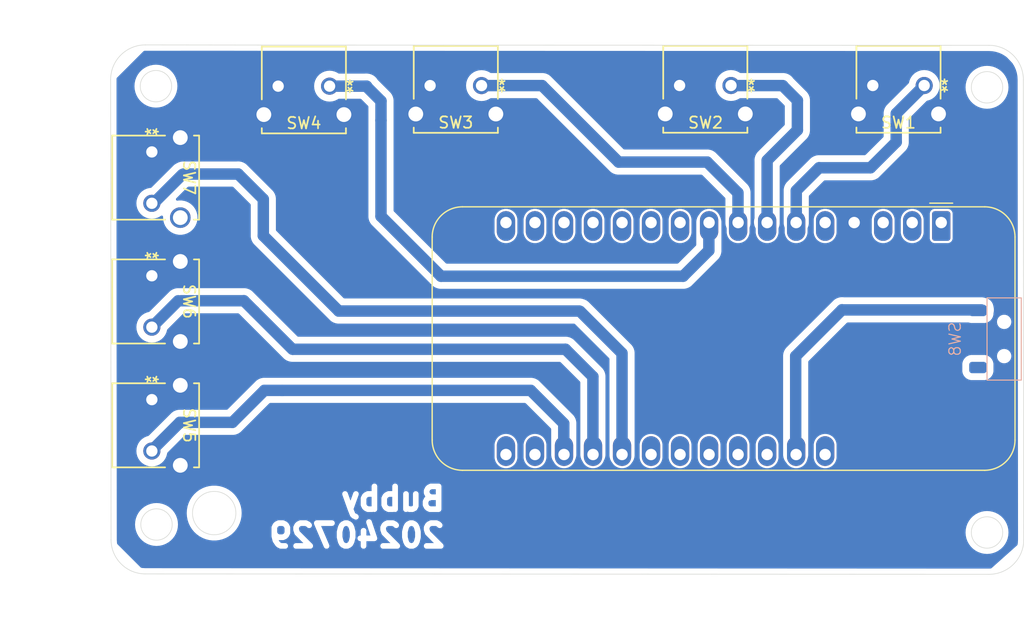
<source format=kicad_pcb>
(kicad_pcb (version 20240108) (generator "pcbnew") (generator_version "8.0")
  (layers (0 "F.Cu" signal) (31 "B.Cu" signal) (34 "B.Paste" user) (35 "F.Paste" user) (36 "B.SilkS" user "B.Silkscreen") (37 "F.SilkS" user "F.Silkscreen") (38 "B.Mask" user) (39 "F.Mask" user) (44 "Edge.Cuts" user))
  (net 0 "")
  (net 5 "Net-(A1-A2)")
  (net 8 "Net-(A1-EN)")
  (net 13 "Net-(A1-A1)")
  (net 15 "Net-(A1-D0)")
  (net 17 "Net-(A1-A3)")
  (net 21 "GND")
  (net 23 "Net-(A1-D2)")
  (net 25 "Net-(A1-A4)")
  (net 27 "Net-(A1-D1)")
  (footprint "Button_Switch_THT:SW2_1825027-C_TEC" (layer "F.Cu") (at 224.600001 102.55 180)
    (property "Reference" "SW3" (at 2.250001 -3.239101 0) (layer "F.SilkS"))
    (property "Value" "1825027-8" (hide yes))
    (fp_line (start 5.933001 3.470101) (end 5.933001 -1.155674) (stroke (width 0.1524)) (layer "F.SilkS"))
    (fp_line (start 5.933001 -3.683) (end 5.933001 -4.137199) (stroke (width 0.1524)) (layer "F.SilkS"))
    (fp_line (start 5.933001 -4.137199) (end -1.432999 -4.137199) (stroke (width 0.1524)) (layer "F.SilkS"))
    (fp_line (start -1.432999 3.470101) (end 5.933001 3.470101) (stroke (width 0.1524)) (layer "F.SilkS"))
    (fp_line (start -1.432999 -1.155674) (end -1.432999 3.470101) (stroke (width 0.1524)) (layer "F.SilkS"))
    (fp_line (start -1.432999 -4.137199) (end -1.432999 -3.683) (stroke (width 0.1524)) (layer "F.SilkS"))
    (fp_text user "*" (at -1.778 0 180) (layer "F.SilkS"))
    (fp_text user "*" (at -1.778 0 180) (layer "F.SilkS"))
    (pad "1" thru_hole circle (at 0 0 180) (size 1.4986 1.4986) (drill 0.9906) (layers "*.Cu" "*.Mask") (net 17 "Net-(A1-A3)"))
    (pad "2" thru_hole circle (at 4.500001 0 180) (size 1.4986 1.4986) (drill 0.9906) (layers "*.Cu" "*.Mask") (net 21 "GND"))
    (pad "3" thru_hole circle (at -1.255 -2.490299 180) (size 1.8034 1.8034) (drill 1.2954) (layers "*.Cu" "*.Mask") (net 21 "GND"))
    (pad "4" thru_hole circle (at 5.755001 -2.490299 180) (size 1.8034 1.8034) (drill 1.2954) (layers "*.Cu" "*.Mask") (net 21 "GND"))
  )
  (footprint "Button_Switch_THT:SW2_1825027-C_TEC" (layer "F.Cu") (at 211.300001 102.6 180)
    (property "Reference" "SW4" (at 2.250001 -3.239101 0) (layer "F.SilkS"))
    (property "Value" "1825027-8" (hide yes))
    (fp_line (start 5.933001 3.470101) (end 5.933001 -1.155674) (stroke (width 0.1524)) (layer "F.SilkS"))
    (fp_line (start 5.933001 -3.683) (end 5.933001 -4.137199) (stroke (width 0.1524)) (layer "F.SilkS"))
    (fp_line (start 5.933001 -4.137199) (end -1.432999 -4.137199) (stroke (width 0.1524)) (layer "F.SilkS"))
    (fp_line (start -1.432999 3.470101) (end 5.933001 3.470101) (stroke (width 0.1524)) (layer "F.SilkS"))
    (fp_line (start -1.432999 -1.155674) (end -1.432999 3.470101) (stroke (width 0.1524)) (layer "F.SilkS"))
    (fp_line (start -1.432999 -4.137199) (end -1.432999 -3.683) (stroke (width 0.1524)) (layer "F.SilkS"))
    (fp_text user "*" (at -1.778 0 180) (layer "F.SilkS"))
    (fp_text user "*" (at -1.778 0 180) (layer "F.SilkS"))
    (pad "1" thru_hole circle (at 0 0 180) (size 1.4986 1.4986) (drill 0.9906) (layers "*.Cu" "*.Mask") (net 25 "Net-(A1-A4)"))
    (pad "2" thru_hole circle (at 4.500001 0 180) (size 1.4986 1.4986) (drill 0.9906) (layers "*.Cu" "*.Mask") (net 21 "GND"))
    (pad "3" thru_hole circle (at -1.255 -2.490299 180) (size 1.8034 1.8034) (drill 1.2954) (layers "*.Cu" "*.Mask") (net 21 "GND"))
    (pad "4" thru_hole circle (at 5.755001 -2.490299 180) (size 1.8034 1.8034) (drill 1.2954) (layers "*.Cu" "*.Mask") (net 21 "GND"))
  )
  (footprint "Button_Switch_THT:SW2_1825027-C_TEC" (layer "F.Cu") (at 195.742051 130.061749 -90)
    (property "Reference" "SW5" (at 2.250001 -3.260899 -90) (layer "F.SilkS"))
    (property "Value" "1825027-8" (hide yes))
    (fp_line (start -1.432999 3.470101) (end 5.933001 3.470101) (stroke (width 0.1524)) (layer "F.SilkS"))
    (fp_line (start 5.933001 3.470101) (end 5.933001 -1.155674) (stroke (width 0.1524)) (layer "F.SilkS"))
    (fp_line (start -1.432999 -1.155674) (end -1.432999 3.470101) (stroke (width 0.1524)) (layer "F.SilkS"))
    (fp_line (start 5.933001 -3.683) (end 5.933001 -4.137199) (stroke (width 0.1524)) (layer "F.SilkS"))
    (fp_line (start -1.432999 -4.137199) (end -1.432999 -3.683) (stroke (width 0.1524)) (layer "F.SilkS"))
    (fp_line (start 5.933001 -4.137199) (end -1.432999 -4.137199) (stroke (width 0.1524)) (layer "F.SilkS"))
    (fp_text user "*" (at -1.778 0 -90) (layer "F.SilkS"))
    (fp_text user "*" (at -1.778 0 -90) (layer "F.SilkS"))
    (pad "1" thru_hole circle (at 0 0 270) (size 1.4986 1.4986) (drill 0.9906) (layers "*.Cu" "*.Mask") (net 21 "GND"))
    (pad "2" thru_hole circle (at 4.500001 0 270) (size 1.4986 1.4986) (drill 0.9906) (layers "*.Cu" "*.Mask") (net 15 "Net-(A1-D0)"))
    (pad "3" thru_hole circle (at -1.255 -2.490299 270) (size 1.8034 1.8034) (drill 1.2954) (layers "*.Cu" "*.Mask") (net 21 "GND"))
    (pad "4" thru_hole circle (at 5.755001 -2.490299 270) (size 1.8034 1.8034) (drill 1.2954) (layers "*.Cu" "*.Mask") (net 21 "GND"))
  )
  (footprint "Button_Switch_THT:SW2_1825027-C_TEC" (layer "F.Cu") (at 195.742051 119.211749 -90)
    (property "Reference" "SW6" (at 2.250001 -3.260899 -90) (layer "F.SilkS"))
    (property "Value" "1825027-8" (hide yes))
    (fp_line (start -1.432999 3.470101) (end 5.933001 3.470101) (stroke (width 0.1524)) (layer "F.SilkS"))
    (fp_line (start 5.933001 3.470101) (end 5.933001 -1.155674) (stroke (width 0.1524)) (layer "F.SilkS"))
    (fp_line (start -1.432999 -1.155674) (end -1.432999 3.470101) (stroke (width 0.1524)) (layer "F.SilkS"))
    (fp_line (start 5.933001 -3.683) (end 5.933001 -4.137199) (stroke (width 0.1524)) (layer "F.SilkS"))
    (fp_line (start -1.432999 -4.137199) (end -1.432999 -3.683) (stroke (width 0.1524)) (layer "F.SilkS"))
    (fp_line (start 5.933001 -4.137199) (end -1.432999 -4.137199) (stroke (width 0.1524)) (layer "F.SilkS"))
    (fp_text user "*" (at -1.778 0 -90) (layer "F.SilkS"))
    (fp_text user "*" (at -1.778 0 -90) (layer "F.SilkS"))
    (pad "1" thru_hole circle (at 0 0 270) (size 1.4986 1.4986) (drill 0.9906) (layers "*.Cu" "*.Mask") (net 21 "GND"))
    (pad "2" thru_hole circle (at 4.500001 0 270) (size 1.4986 1.4986) (drill 0.9906) (layers "*.Cu" "*.Mask") (net 27 "Net-(A1-D1)"))
    (pad "3" thru_hole circle (at -1.255 -2.490299 270) (size 1.8034 1.8034) (drill 1.2954) (layers "*.Cu" "*.Mask") (net 21 "GND"))
    (pad "4" thru_hole circle (at 5.755001 -2.490299 270) (size 1.8034 1.8034) (drill 1.2954) (layers "*.Cu" "*.Mask") (net 21 "GND"))
  )
  (footprint "Button_Switch_THT:SW2_1825027-C_TEC" (layer "F.Cu") (at 263.350001 102.542051 180)
    (property "Reference" "SW1" (at 2.250001 -3.254999 0) (layer "F.SilkS"))
    (property "Value" "1825027-8" (hide yes))
    (fp_line (start 5.933001 3.470101) (end 5.933001 -1.155674) (stroke (width 0.1524)) (layer "F.SilkS"))
    (fp_line (start 5.933001 -3.683) (end 5.933001 -4.137199) (stroke (width 0.1524)) (layer "F.SilkS"))
    (fp_line (start 5.933001 -4.137199) (end -1.432999 -4.137199) (stroke (width 0.1524)) (layer "F.SilkS"))
    (fp_line (start -1.432999 3.470101) (end 5.933001 3.470101) (stroke (width 0.1524)) (layer "F.SilkS"))
    (fp_line (start -1.432999 -1.155674) (end -1.432999 3.470101) (stroke (width 0.1524)) (layer "F.SilkS"))
    (fp_line (start -1.432999 -4.137199) (end -1.432999 -3.683) (stroke (width 0.1524)) (layer "F.SilkS"))
    (fp_text user "*" (at -1.778 0 180) (layer "F.SilkS"))
    (fp_text user "*" (at -1.778 0 180) (layer "F.SilkS"))
    (pad "1" thru_hole circle (at 0 0 180) (size 1.4986 1.4986) (drill 0.9906) (layers "*.Cu" "*.Mask") (net 13 "Net-(A1-A1)"))
    (pad "2" thru_hole circle (at 4.500001 0 180) (size 1.4986 1.4986) (drill 0.9906) (layers "*.Cu" "*.Mask") (net 21 "GND"))
    (pad "3" thru_hole circle (at -1.255 -2.490299 180) (size 1.8034 1.8034) (drill 1.2954) (layers "*.Cu" "*.Mask") (net 21 "GND"))
    (pad "4" thru_hole circle (at 5.755001 -2.490299 180) (size 1.8034 1.8034) (drill 1.2954) (layers "*.Cu" "*.Mask") (net 21 "GND"))
  )
  (footprint "Button_Switch_THT:SW2_1825027-C_TEC" (layer "F.Cu") (at 246.438251 102.542051 180)
    (property "Reference" "SW2" (at 2.226501 -3.254999 0) (layer "F.SilkS"))
    (property "Value" "1825027-8" (hide yes))
    (fp_line (start 5.933001 3.470101) (end 5.933001 -1.155674) (stroke (width 0.1524)) (layer "F.SilkS"))
    (fp_line (start 5.933001 -3.683) (end 5.933001 -4.137199) (stroke (width 0.1524)) (layer "F.SilkS"))
    (fp_line (start 5.933001 -4.137199) (end -1.432999 -4.137199) (stroke (width 0.1524)) (layer "F.SilkS"))
    (fp_line (start -1.432999 3.470101) (end 5.933001 3.470101) (stroke (width 0.1524)) (layer "F.SilkS"))
    (fp_line (start -1.432999 -1.155674) (end -1.432999 3.470101) (stroke (width 0.1524)) (layer "F.SilkS"))
    (fp_line (start -1.432999 -4.137199) (end -1.432999 -3.683) (stroke (width 0.1524)) (layer "F.SilkS"))
    (fp_text user "*" (at -1.778 0 0) (layer "F.SilkS"))
    (fp_text user "*" (at -1.778 0 180) (layer "F.SilkS"))
    (pad "1" thru_hole circle (at 0 0 180) (size 1.4986 1.4986) (drill 0.9906) (layers "*.Cu" "*.Mask") (net 5 "Net-(A1-A2)"))
    (pad "2" thru_hole circle (at 4.500001 0 180) (size 1.4986 1.4986) (drill 0.9906) (layers "*.Cu" "*.Mask") (net 21 "GND"))
    (pad "3" thru_hole circle (at -1.255 -2.490299 180) (size 1.8034 1.8034) (drill 1.2954) (layers "*.Cu" "*.Mask") (net 21 "GND"))
    (pad "4" thru_hole circle (at 5.755001 -2.490299 180) (size 1.8034 1.8034) (drill 1.2954) (layers "*.Cu" "*.Mask") (net 21 "GND"))
  )
  (footprint "Button_Switch_THT:SW2_1825027-C_TEC" (layer "F.Cu") (at 195.742051 108.361749 -90)
    (property "Reference" "SW7" (at 2.250001 -3.260899 -90) (layer "F.SilkS"))
    (property "Value" "1825027-8" (hide yes))
    (fp_line (start -1.432999 3.470101) (end 5.933001 3.470101) (stroke (width 0.1524)) (layer "F.SilkS"))
    (fp_line (start 5.933001 3.470101) (end 5.933001 -1.155674) (stroke (width 0.1524)) (layer "F.SilkS"))
    (fp_line (start -1.432999 -1.155674) (end -1.432999 3.470101) (stroke (width 0.1524)) (layer "F.SilkS"))
    (fp_line (start 5.933001 -3.683) (end 5.933001 -4.137199) (stroke (width 0.1524)) (layer "F.SilkS"))
    (fp_line (start -1.432999 -4.137199) (end -1.432999 -3.683) (stroke (width 0.1524)) (layer "F.SilkS"))
    (fp_line (start 5.933001 -4.137199) (end -1.432999 -4.137199) (stroke (width 0.1524)) (layer "F.SilkS"))
    (fp_text user "*" (at -1.778 0 -90) (layer "F.SilkS"))
    (fp_text user "*" (at -1.778 0 -90) (layer "F.SilkS"))
    (pad "1" thru_hole circle (at 0 0 270) (size 1.4986 1.4986) (drill 0.9906) (layers "*.Cu" "*.Mask") (net 21 "GND"))
    (pad "2" thru_hole circle (at 4.500001 0 270) (size 1.4986 1.4986) (drill 0.9906) (layers "*.Cu" "*.Mask") (net 23 "Net-(A1-D2)"))
    (pad "3" thru_hole circle (at -1.255 -2.490299 270) (size 1.8034 1.8034) (drill 1.2954) (layers "*.Cu" "*.Mask") (net 21 "GND"))
    (pad "4" thru_hole circle (at 5.755001 -2.490299 270) (size 1.8034 1.8034) (drill 1.2954) (layers "*.Cu" "*.Mask"))
  )
  (footprint "Module:Adafruit_Feather" (layer "F.Cu") (at 264.84 114.55 -90)
    (property "Reference" "A1" (hide yes))
    (property "Value" "Adafruit_Feather_Generic" (hide yes))
    (fp_line (start 19.05 44.56) (end 1.27 44.56) (stroke (width 0.12)) (layer "F.SilkS"))
    (fp_line (start -1.7 1) (end -1.7 -1) (stroke (width 0.12)) (layer "F.SilkS"))
    (fp_line (start -1.38 -3.81) (end -1.38 41.91) (stroke (width 0.12)) (layer "F.SilkS"))
    (fp_line (start 21.7 -3.81) (end 21.7 41.91) (stroke (width 0.12)) (layer "F.SilkS"))
    (fp_line (start 19.05 -6.46) (end 1.27 -6.46) (stroke (width 0.12)) (layer "F.SilkS"))
    (fp_arc (start 1.27 44.56) (mid -0.603833 43.783833) (end -1.38 41.91) (stroke (width 0.12)) (layer "F.SilkS"))
    (fp_arc (start 21.7 41.91) (mid 20.923833 43.783833) (end 19.05 44.56) (stroke (width 0.12)) (layer "F.SilkS"))
    (fp_arc (start -1.38 -3.81) (mid -0.603833 -5.683833) (end 1.27 -6.46) (stroke (width 0.12)) (layer "F.SilkS"))
    (fp_arc (start 19.05 -6.46) (mid 20.923833 -5.683833) (end 21.7 -3.81) (stroke (width 0.12)) (layer "F.SilkS"))
    (pad "1" thru_hole roundrect (at 0 0 270) (size 2.6 1.6) (drill 1 (offset 0.3 0)) (layers "*.Cu" "*.Mask") (roundrect_rratio 0.15625))
    (pad "2" thru_hole oval (at 0 2.54 270) (size 2.6 1.6) (drill 1 (offset 0.3 0)) (layers "*.Cu" "*.Mask"))
    (pad "3" thru_hole oval (at 0 5.08 270) (size 2.6 1.6) (drill 1 (offset 0.3 0)) (layers "*.Cu" "*.Mask"))
    (pad "4" thru_hole oval (at 0 7.62 270) (size 2.6 1.6) (drill 1 (offset 0.3 0)) (layers "*.Cu" "*.Mask") (net 21 "GND"))
    (pad "5" thru_hole oval (at 0 10.16 270) (size 2.6 1.6) (drill 1 (offset 0.3 0)) (layers "*.Cu" "*.Mask"))
    (pad "6" thru_hole oval (at 0 12.7 270) (size 2.6 1.6) (drill 1 (offset 0.3 0)) (layers "*.Cu" "*.Mask") (net 13 "Net-(A1-A1)"))
    (pad "7" thru_hole oval (at 0 15.24 270) (size 2.6 1.6) (drill 1 (offset 0.3 0)) (layers "*.Cu" "*.Mask") (net 5 "Net-(A1-A2)"))
    (pad "8" thru_hole oval (at 0 17.78 270) (size 2.6 1.6) (drill 1 (offset 0.3 0)) (layers "*.Cu" "*.Mask") (net 17 "Net-(A1-A3)"))
    (pad "9" thru_hole oval (at 0 20.32 270) (size 2.6 1.6) (drill 1 (offset 0.3 0)) (layers "*.Cu" "*.Mask") (net 25 "Net-(A1-A4)"))
    (pad "10" thru_hole oval (at 0 22.86 270) (size 2.6 1.6) (drill 1 (offset 0.3 0)) (layers "*.Cu" "*.Mask"))
    (pad "11" thru_hole oval (at 0 25.4 270) (size 2.6 1.6) (drill 1 (offset 0.3 0)) (layers "*.Cu" "*.Mask"))
    (pad "12" thru_hole oval (at 0 27.94 270) (size 2.6 1.6) (drill 1 (offset 0.3 0)) (layers "*.Cu" "*.Mask"))
    (pad "13" thru_hole oval (at 0 30.48 270) (size 2.6 1.6) (drill 1 (offset 0.3 0)) (layers "*.Cu" "*.Mask"))
    (pad "14" thru_hole oval (at 0 33.02 270) (size 2.6 1.6) (drill 1 (offset 0.3 0)) (layers "*.Cu" "*.Mask"))
    (pad "15" thru_hole oval (at 0 35.56 270) (size 2.6 1.6) (drill 1 (offset 0.3 0)) (layers "*.Cu" "*.Mask"))
    (pad "16" thru_hole oval (at 0 38.1 270) (size 2.6 1.6) (drill 1 (offset 0.3 0)) (layers "*.Cu" "*.Mask"))
    (pad "17" thru_hole oval (at 20.32 38.1 90) (size 2.6 1.6) (drill 1 (offset 0.3 0)) (layers "*.Cu" "*.Mask"))
    (pad "18" thru_hole oval (at 20.32 35.56 90) (size 2.6 1.6) (drill 1 (offset 0.3 0)) (layers "*.Cu" "*.Mask"))
    (pad "19" thru_hole oval (at 20.32 33.02 90) (size 2.6 1.6) (drill 1 (offset 0.3 0)) (layers "*.Cu" "*.Mask") (net 15 "Net-(A1-D0)"))
    (pad "20" thru_hole oval (at 20.32 30.48 90) (size 2.6 1.6) (drill 1 (offset 0.3 0)) (layers "*.Cu" "*.Mask") (net 27 "Net-(A1-D1)"))
    (pad "21" thru_hole oval (at 20.32 27.94 90) (size 2.6 1.6) (drill 1 (offset 0.3 0)) (layers "*.Cu" "*.Mask") (net 23 "Net-(A1-D2)"))
    (pad "22" thru_hole oval (at 20.32 25.4 90) (size 2.6 1.6) (drill 1 (offset 0.3 0)) (layers "*.Cu" "*.Mask"))
    (pad "23" thru_hole oval (at 20.32 22.86 90) (size 2.6 1.6) (drill 1 (offset 0.3 0)) (layers "*.Cu" "*.Mask"))
    (pad "24" thru_hole oval (at 20.32 20.32 90) (size 2.6 1.6) (drill 1 (offset 0.3 0)) (layers "*.Cu" "*.Mask"))
    (pad "25" thru_hole oval (at 20.32 17.78 90) (size 2.6 1.6) (drill 1 (offset 0.3 0)) (layers "*.Cu" "*.Mask"))
    (pad "26" thru_hole oval (at 20.32 15.24 90) (size 2.6 1.6) (drill 1 (offset 0.3 0)) (layers "*.Cu" "*.Mask"))
    (pad "27" thru_hole oval (at 20.32 12.7 90) (size 2.6 1.6) (drill 1 (offset 0.3 0)) (layers "*.Cu" "*.Mask") (net 8 "Net-(A1-EN)"))
    (pad "28" thru_hole oval (at 20.32 10.16 90) (size 2.6 1.6) (drill 1 (offset 0.3 0)) (layers "*.Cu" "*.Mask"))
  )
  (footprint "Button_Switch_SMD:slide-switch-rt-angle-msk-12c03" (layer "B.Cu") (at 268.05 124.75 -90)
    (property "Reference" "SW8" (at 0 2 90) (layer "B.SilkS") (effects (font (thickness 0.1)) (justify mirror)))
    (property "Value" "SW_SPST" (hide yes))
    (fp_rect (start 3.6 -3.8) (end -3.6 -0.8) (stroke (width 0.1)) (fill none) (layer "B.SilkS"))
    (pad "" np_thru_hole circle (at -1.5 -2.3 270) (size 0.75 0.75) (drill 0.75) (layers "F&B.Cu" "*.Mask"))
    (pad "" np_thru_hole circle (at 1.5 -2.3 270) (size 0.75 0.75) (drill 0.75) (layers "F&B.Cu" "*.Mask"))
    (pad "1" smd roundrect (at -2.5 0 270) (size 1 1.524) (layers "B.Cu" "B.Paste" "B.Mask") (net 8 "Net-(A1-EN)"))
    (pad "2" smd roundrect (at 0 0 270) (size 1 1.524) (layers "B.Cu" "B.Paste" "B.Mask") (net 21 "GND"))
    (pad "3" smd roundrect (at 2.5 0 270) (size 1 1.524) (layers "B.Cu" "B.Paste" "B.Mask"))
  )
  (gr_line (start 224.55 102.55) (end 229.9 102.55) (stroke (width 1)) (layer "B.Cu") (net 17))
  (gr_line (start 234.35 134.85) (end 234.35 128.05) (stroke (width 1)) (layer "B.Cu") (net 27))
  (gr_line (start 244.35 109.25) (end 247.028162 111.928162) (stroke (width 1)) (layer "B.Cu") (net 17))
  (gr_line (start 202.8 132.05) (end 205.600453 129.249547) (stroke (width 1)) (layer "B.Cu") (net 15))
  (gr_line (start 205.48442 112.48442) (end 203.295452 110.295452) (stroke (width 1)) (layer "B.Cu") (net 23))
  (gr_line (start 198.2 132.05) (end 202.8 132.05) (stroke (width 1)) (layer "B.Cu") (net 15))
  (gr_line (start 214.55 102.6) (end 211.25 102.6) (stroke (width 1)) (layer "B.Cu") (net 25))
  (gr_line (start 234.35 128.05) (end 231.95 125.65) (stroke (width 1)) (layer "B.Cu") (net 27))
  (gr_line (start 260.9 107.5) (end 260.9 105) (stroke (width 1)) (layer "B.Cu") (net 13))
  (gr_line (start 247.05 111.95) (end 247.05 114.55) (stroke (width 1)) (layer "B.Cu") (net 17))
  (gr_line (start 252.25 106.45) (end 252.25 103.85) (stroke (width 1)) (layer "B.Cu") (net 5))
  (gr_line (start 249.6 114.575) (end 249.6 109.225) (stroke (width 1)) (layer "B.Cu") (net 5))
  (gr_line (start 221.05 119.25) (end 215.8 114) (stroke (width 1)) (layer "B.Cu") (net 25))
  (gr_line (start 195.75 123.7) (end 198.05 121.4) (stroke (width 1)) (layer "B.Cu") (net 27))
  (gr_line (start 212.1 122.3) (end 205.5 115.7) (stroke (width 1)) (layer "B.Cu") (net 23))
  (gr_line (start 236.6 109.25) (end 244.35 109.25) (stroke (width 1)) (layer "B.Cu") (net 17))
  (gr_line (start 195.7 134.55) (end 198.2 132.05) (stroke (width 1)) (layer "B.Cu") (net 15))
  (gr_line (start 205.5 115.7) (end 205.5 112.5) (stroke (width 1)) (layer "B.Cu") (net 23))
  (gr_line (start 195.85 112.9) (end 198.4 110.35) (stroke (width 1)) (layer "B.Cu") (net 23))
  (gr_line (start 204.7 122.3) (end 203.8 121.4) (stroke (width 1)) (layer "B.Cu") (net 27))
  (gr_line (start 236.9 126) (end 236.9 134.9) (stroke (width 1)) (layer "B.Cu") (net 23))
  (gr_line (start 215.8 114) (end 215.8 105.6) (stroke (width 1)) (layer "B.Cu") (net 25))
  (gr_line (start 203.3 110.3) (end 198.5 110.3) (stroke (width 1)) (layer "B.Cu") (net 23))
  (gr_line (start 249.597741 109.102259) (end 252.25 106.45) (stroke (width 1)) (layer "B.Cu") (net 5))
  (gr_line (start 250.975 102.55) (end 246.425 102.55) (stroke (width 1)) (layer "B.Cu") (net 5))
  (gr_line (start 252.15 111.75) (end 254.15 109.75) (stroke (width 1)) (layer "B.Cu") (net 13))
  (gr_line (start 258.65 109.75) (end 260.9 107.5) (stroke (width 1)) (layer "B.Cu") (net 13))
  (gr_line (start 244.5 114.55) (end 244.5 117) (stroke (width 1)) (layer "B.Cu") (net 25))
  (gr_line (start 252.15 114.55) (end 252.15 111.85) (stroke (width 1)) (layer "B.Cu") (net 13))
  (gr_line (start 254.15 109.75) (end 258.65 109.75) (stroke (width 1)) (layer "B.Cu") (net 13))
  (gr_line (start 212.1 122.3) (end 233.15 122.3) (stroke (width 1)) (layer "B.Cu") (net 23))
  (gr_line (start 252.1 134.85) (end 252.1 126.25) (stroke (width 1)) (layer "B.Cu") (net 8))
  (gr_line (start 203.8 121.4) (end 198.3 121.4) (stroke (width 1)) (layer "B.Cu") (net 27))
  (gr_line (start 252.25 103.85) (end 251 102.6) (stroke (width 1)) (layer "B.Cu") (net 5))
  (gr_line (start 231.95 125.65) (end 208.1 125.65) (stroke (width 1)) (layer "B.Cu") (net 27))
  (gr_line (start 215.8 103.9) (end 214.494994 102.594994) (stroke (width 1)) (layer "B.Cu") (net 25))
  (gr_line (start 233.223819 122.323819) (end 236.871877 125.971877) (stroke (width 1)) (layer "B.Cu") (net 23))
  (gr_line (start 260.95 104.95) (end 263.35 102.55) (stroke (width 1)) (layer "B.Cu") (net 13))
  (gr_line (start 208.044194 125.644194) (end 204.7 122.3) (stroke (width 1)) (layer "B.Cu") (net 27))
  (gr_line (start 252.1 126.25) (end 256.161224 122.188776) (stroke (width 1)) (layer "B.Cu") (net 8))
  (gr_line (start 228.9 129.25) (end 207.15 129.25) (stroke (width 1)) (layer "B.Cu") (net 15))
  (gr_line (start 231.8 134.85) (end 231.8 132.2) (stroke (width 1)) (layer "B.Cu") (net 15))
  (gr_line (start 244.5 117) (end 242.25 119.25) (stroke (width 1)) (layer "B.Cu") (net 25))
  (gr_line (start 231.8 132.15) (end 228.9 129.25) (stroke (width 1)) (layer "B.Cu") (net 15))
  (gr_line (start 229.9 102.55) (end 236.6 109.25) (stroke (width 1)) (layer "B.Cu") (net 17))
  (gr_line (start 249.6 114.55) (end 249.55 114.5) (stroke (width 1)) (layer "B.Cu") (net 5))
  (gr_line (start 256.15 122.2) (end 268.35 122.2) (stroke (width 1)) (layer "B.Cu") (net 8))
  (gr_line (start 242.25 119.25) (end 221.05 119.25) (stroke (width 1)) (layer "B.Cu") (net 25))
  (gr_line (start 205.600453 129.249547) (end 207.15 129.249547) (stroke (width 1)) (layer "B.Cu") (net 15))
  (gr_line (start 215.8 105.6) (end 215.8 103.9) (stroke (width 1)) (layer "B.Cu") (net 25))
  (gr_circle (center 201.2 140) (end 203.1 140) (stroke (width 0.05)) (fill none) (layer "Edge.Cuts"))
  (gr_circle (center 268.85 102.7) (end 270.225 102.7) (stroke (width 0.05)) (fill none) (layer "Edge.Cuts"))
  (gr_circle (center 196.15 141) (end 197.525 141) (stroke (width 0.05)) (fill none) (layer "Edge.Cuts"))
  (gr_arc (start 192.13576 102.02132) (mid 193.024855 99.874855) (end 195.17132 98.98576) (stroke (width 0.05)) (layer "Edge.Cuts"))
  (gr_line (start 192.13576 102.02132) (end 192.17132 142.32868) (stroke (width 0.05)) (layer "Edge.Cuts"))
  (gr_circle (center 196.1 102.6) (end 197.475 102.6) (stroke (width 0.05)) (fill none) (layer "Edge.Cuts"))
  (gr_line (start 205.3 99) (end 269.02868 99.02132) (stroke (width 0.05)) (layer "Edge.Cuts"))
  (gr_arc (start 195.17132 145.32868) (mid 193.05 144.45) (end 192.17132 142.32868) (stroke (width 0.05)) (layer "Edge.Cuts"))
  (gr_line (start 272.06424 142.32868) (end 272.02868 102.02132) (stroke (width 0.05)) (layer "Edge.Cuts"))
  (gr_arc (start 269.02868 99.02132) (mid 271.15 99.9) (end 272.02868 102.02132) (stroke (width 0.05)) (layer "Edge.Cuts"))
  (gr_arc (start 272.06424 142.32868) (mid 271.175145 144.475145) (end 269.02868 145.36424) (stroke (width 0.05)) (layer "Edge.Cuts"))
  (gr_line (start 195.17132 145.32868) (end 269.02868 145.36424) (stroke (width 0.05)) (layer "Edge.Cuts"))
  (gr_line (start 205.3 99) (end 195.17132 98.98576) (stroke (width 0.05)) (layer "Edge.Cuts"))
  (gr_circle (center 268.85 141.7) (end 270.225 141.7) (stroke (width 0.05)) (fill none) (layer "Edge.Cuts"))
  (gr_text "Bubby \n20240729" (at 221.65 143.15 0) (layer "B.Cu" knockout) (effects (font (size 2 2) (thickness 0.5) (bold yes)) (justify left bottom mirror)))
  (zone (net 21) (net_name "GND") (layer "B.Cu") (connect_pads yes (clearance 0.6)) (min_thickness 0.25) (fill yes (thermal_gap 0.5) (thermal_bridge_width 0.5))
    (polygon (pts (xy 195.05 99.5) (xy 269.983059 99.433059) (xy 271.85 101.4) (xy 271.85 142.5) (xy 269.05 145) (xy 195 145) (xy 192.65 142.65) (xy 192.65 101.9)))
  )
)
</source>
